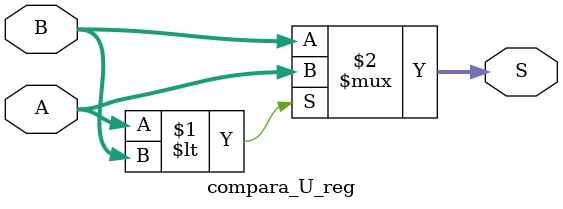
<source format=v>
module compara_U_reg  (A,B,S);
input [7:0] A,B;
output [7:0] S;
assign S =(A<B)?A:B;
endmodule

</source>
